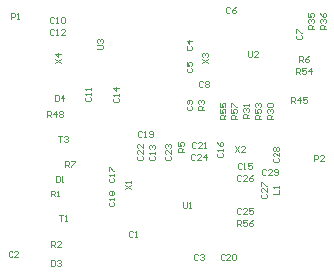
<source format=gbr>
%TF.GenerationSoftware,Altium Limited,Altium Designer,24.3.1 (35)*%
G04 Layer_Color=8388736*
%FSLAX45Y45*%
%MOMM*%
%TF.SameCoordinates,49A6F1C3-9DA9-4727-8ECF-3BB51FF8743F*%
%TF.FilePolarity,Positive*%
%TF.FileFunction,Other,Top_Designator*%
%TF.Part,Single*%
G01*
G75*
%TA.AperFunction,NonConductor*%
%ADD124C,0.10000*%
D124*
X271670Y366620D02*
X263339Y374950D01*
X246678D01*
X238347Y366620D01*
Y333298D01*
X246678Y324967D01*
X263339D01*
X271670Y333298D01*
X321653Y324967D02*
X288331D01*
X321653Y358289D01*
Y366620D01*
X313322Y374950D01*
X296661D01*
X288331Y366620D01*
X636678Y1004992D02*
Y955008D01*
X661669D01*
X670000Y963339D01*
Y996661D01*
X661669Y1004992D01*
X636678D01*
X686661Y955008D02*
X703322D01*
X694992D01*
Y1004992D01*
X686661Y996661D01*
X256678Y2335008D02*
Y2384992D01*
X281669D01*
X290000Y2376661D01*
Y2360000D01*
X281669Y2351669D01*
X256678D01*
X306661Y2335008D02*
X323322D01*
X314992D01*
Y2384992D01*
X306661Y2376661D01*
X596678Y835008D02*
Y884992D01*
X621670D01*
X630000Y876661D01*
Y860000D01*
X621670Y851669D01*
X596678D01*
X613339D02*
X630000Y835008D01*
X646661D02*
X663323D01*
X654992D01*
Y884992D01*
X646661Y876661D01*
X598347Y405008D02*
Y454992D01*
X623339D01*
X631670Y446661D01*
Y430000D01*
X623339Y421669D01*
X598347D01*
X615008D02*
X631670Y405008D01*
X681653D02*
X648331D01*
X681653Y438331D01*
Y446661D01*
X673323Y454992D01*
X656661D01*
X648331Y446661D01*
X666678Y674992D02*
X700000D01*
X683339D01*
Y625008D01*
X716662D02*
X733323D01*
X724992D01*
Y674992D01*
X716662Y666661D01*
X1894992Y1568347D02*
X1845008D01*
Y1593339D01*
X1853338Y1601670D01*
X1870000D01*
X1878331Y1593339D01*
Y1568347D01*
Y1585008D02*
X1894992Y1601670D01*
X1853338Y1618331D02*
X1845008Y1626661D01*
Y1643323D01*
X1853338Y1651653D01*
X1861669D01*
X1870000Y1643323D01*
Y1634992D01*
Y1643323D01*
X1878331Y1651653D01*
X1886661D01*
X1894992Y1643323D01*
Y1626661D01*
X1886661Y1618331D01*
X598347Y296786D02*
Y246802D01*
X623339D01*
X631670Y255133D01*
Y288456D01*
X623339Y296786D01*
X598347D01*
X648331Y288456D02*
X656661Y296786D01*
X673323D01*
X681653Y288456D01*
Y280125D01*
X673323Y271794D01*
X664992D01*
X673323D01*
X681653Y263464D01*
Y255133D01*
X673323Y246802D01*
X656661D01*
X648331Y255133D01*
X1724992Y1208347D02*
X1675008D01*
Y1233338D01*
X1683339Y1241669D01*
X1700000D01*
X1708331Y1233338D01*
Y1208347D01*
Y1225008D02*
X1724992Y1241669D01*
X1675008Y1291653D02*
Y1258330D01*
X1700000D01*
X1691669Y1274991D01*
Y1283322D01*
X1700000Y1291653D01*
X1716661D01*
X1724992Y1283322D01*
Y1266661D01*
X1716661Y1258330D01*
X2698347Y1975008D02*
Y2024992D01*
X2723339D01*
X2731670Y2016661D01*
Y2000000D01*
X2723339Y1991669D01*
X2698347D01*
X2715008D02*
X2731670Y1975008D01*
X2781653Y2024992D02*
X2764992Y2016661D01*
X2748331Y2000000D01*
Y1983339D01*
X2756661Y1975008D01*
X2773323D01*
X2781653Y1983339D01*
Y1991669D01*
X2773323Y2000000D01*
X2748331D01*
X718347Y1085008D02*
Y1134992D01*
X743339D01*
X751670Y1126661D01*
Y1110000D01*
X743339Y1101669D01*
X718347D01*
X735008D02*
X751670Y1085008D01*
X768331Y1134992D02*
X801653D01*
Y1126661D01*
X768331Y1093339D01*
Y1085008D01*
X1753297Y2111670D02*
X1744967Y2103339D01*
Y2086678D01*
X1753297Y2078347D01*
X1786620D01*
X1794950Y2086678D01*
Y2103339D01*
X1786620Y2111670D01*
X1794950Y2153323D02*
X1744967D01*
X1769959Y2128331D01*
Y2161653D01*
X1753380Y1921670D02*
X1745049Y1913339D01*
Y1896678D01*
X1753380Y1888347D01*
X1786702D01*
X1795033Y1896678D01*
Y1913339D01*
X1786702Y1921670D01*
X1745049Y1971653D02*
Y1938331D01*
X1770041D01*
X1761710Y1954992D01*
Y1963322D01*
X1770041Y1971653D01*
X1786702D01*
X1795033Y1963322D01*
Y1946661D01*
X1786702Y1938331D01*
X2111469Y2432523D02*
X2103139Y2440854D01*
X2086477D01*
X2078147Y2432523D01*
Y2399201D01*
X2086477Y2390870D01*
X2103139D01*
X2111469Y2399201D01*
X2161453Y2440854D02*
X2144791Y2432523D01*
X2128130Y2415862D01*
Y2399201D01*
X2136461Y2390870D01*
X2153122D01*
X2161453Y2399201D01*
Y2407531D01*
X2153122Y2415862D01*
X2128130D01*
X2683297Y2201669D02*
X2674967Y2193339D01*
Y2176678D01*
X2683297Y2168347D01*
X2716620D01*
X2724950Y2176678D01*
Y2193339D01*
X2716620Y2201669D01*
X2674967Y2218331D02*
Y2251653D01*
X2683297D01*
X2716620Y2218331D01*
X2724950D01*
X1881669Y1806703D02*
X1873339Y1815033D01*
X1856678D01*
X1848347Y1806703D01*
Y1773380D01*
X1856678Y1765049D01*
X1873339D01*
X1881669Y1773380D01*
X1898330Y1806703D02*
X1906661Y1815033D01*
X1923322D01*
X1931653Y1806703D01*
Y1798372D01*
X1923322Y1790041D01*
X1931653Y1781710D01*
Y1773380D01*
X1923322Y1765049D01*
X1906661D01*
X1898330Y1773380D01*
Y1781710D01*
X1906661Y1790041D01*
X1898330Y1798372D01*
Y1806703D01*
X1906661Y1790041D02*
X1923322D01*
X1753380Y1601670D02*
X1745050Y1593339D01*
Y1576678D01*
X1753380Y1568347D01*
X1786703D01*
X1795033Y1576678D01*
Y1593339D01*
X1786703Y1601670D01*
Y1618331D02*
X1795033Y1626661D01*
Y1643323D01*
X1786703Y1651653D01*
X1753380D01*
X1745050Y1643323D01*
Y1626661D01*
X1753380Y1618331D01*
X1761711D01*
X1770041Y1626661D01*
Y1651653D01*
X620843Y2346702D02*
X612512Y2355033D01*
X595851D01*
X587520Y2346702D01*
Y2313380D01*
X595851Y2305049D01*
X612512D01*
X620843Y2313380D01*
X637504Y2305049D02*
X654165D01*
X645835D01*
Y2355033D01*
X637504Y2346702D01*
X679157D02*
X687488Y2355033D01*
X704149D01*
X712480Y2346702D01*
Y2313380D01*
X704149Y2305049D01*
X687488D01*
X679157Y2313380D01*
Y2346702D01*
X893339Y1679173D02*
X885008Y1670843D01*
Y1654182D01*
X893339Y1645851D01*
X926661D01*
X934992Y1654182D01*
Y1670843D01*
X926661Y1679173D01*
X934992Y1695835D02*
Y1712496D01*
Y1704165D01*
X885008D01*
X893339Y1695835D01*
X934992Y1737488D02*
Y1754149D01*
Y1745818D01*
X885008D01*
X893339Y1737488D01*
X620843Y2246703D02*
X612512Y2255033D01*
X595851D01*
X587520Y2246703D01*
Y2213380D01*
X595851Y2205049D01*
X612512D01*
X620843Y2213380D01*
X637504Y2205049D02*
X654165D01*
X645835D01*
Y2255033D01*
X637504Y2246703D01*
X712480Y2205049D02*
X679157D01*
X712480Y2238372D01*
Y2246703D01*
X704149Y2255033D01*
X687488D01*
X679157Y2246703D01*
X1433379Y1180843D02*
X1425049Y1172512D01*
Y1155851D01*
X1433379Y1147520D01*
X1466702D01*
X1475033Y1155851D01*
Y1172512D01*
X1466702Y1180843D01*
X1475033Y1197504D02*
Y1214165D01*
Y1205835D01*
X1425049D01*
X1433379Y1197504D01*
Y1239157D02*
X1425049Y1247488D01*
Y1264149D01*
X1433379Y1272480D01*
X1441710D01*
X1450041Y1264149D01*
Y1255818D01*
Y1264149D01*
X1458371Y1272480D01*
X1466702D01*
X1475033Y1264149D01*
Y1247488D01*
X1466702Y1239157D01*
X1133339Y1670843D02*
X1125008Y1662512D01*
Y1645851D01*
X1133339Y1637520D01*
X1166661D01*
X1174992Y1645851D01*
Y1662512D01*
X1166661Y1670843D01*
X1174992Y1687504D02*
Y1704165D01*
Y1695835D01*
X1125008D01*
X1133339Y1687504D01*
X1174992Y1754149D02*
X1125008D01*
X1150000Y1729157D01*
Y1762480D01*
X628347Y1689639D02*
Y1639655D01*
X653339D01*
X661669Y1647986D01*
Y1681309D01*
X653339Y1689639D01*
X628347D01*
X703322Y1639655D02*
Y1689639D01*
X678331Y1664647D01*
X711653D01*
X2474992Y1493355D02*
X2425008D01*
Y1518347D01*
X2433339Y1526678D01*
X2450000D01*
X2458331Y1518347D01*
Y1493355D01*
Y1510016D02*
X2474992Y1526678D01*
X2433339Y1543339D02*
X2425008Y1551669D01*
Y1568331D01*
X2433339Y1576661D01*
X2441669D01*
X2450000Y1568331D01*
Y1560000D01*
Y1568331D01*
X2458331Y1576661D01*
X2466661D01*
X2474992Y1568331D01*
Y1551669D01*
X2466661Y1543339D01*
X2433339Y1593322D02*
X2425008Y1601653D01*
Y1618314D01*
X2433339Y1626645D01*
X2466661D01*
X2474992Y1618314D01*
Y1601653D01*
X2466661Y1593322D01*
X2433339D01*
X2274992Y1501686D02*
X2225008D01*
Y1526678D01*
X2233339Y1535008D01*
X2250000D01*
X2258331Y1526678D01*
Y1501686D01*
Y1518347D02*
X2274992Y1535008D01*
X2233339Y1551669D02*
X2225008Y1560000D01*
Y1576661D01*
X2233339Y1584992D01*
X2241669D01*
X2250000Y1576661D01*
Y1568331D01*
Y1576661D01*
X2258331Y1584992D01*
X2266661D01*
X2274992Y1576661D01*
Y1560000D01*
X2266661Y1551669D01*
X2274992Y1601653D02*
Y1618314D01*
Y1609984D01*
X2225008D01*
X2233339Y1601653D01*
X2824992Y2253355D02*
X2775008D01*
Y2278347D01*
X2783339Y2286678D01*
X2800000D01*
X2808331Y2278347D01*
Y2253355D01*
Y2270016D02*
X2824992Y2286678D01*
X2783339Y2303339D02*
X2775008Y2311669D01*
Y2328331D01*
X2783339Y2336661D01*
X2791669D01*
X2800000Y2328331D01*
Y2320000D01*
Y2328331D01*
X2808331Y2336661D01*
X2816661D01*
X2824992Y2328331D01*
Y2311669D01*
X2816661Y2303339D01*
X2775008Y2386645D02*
Y2353322D01*
X2800000D01*
X2791669Y2369984D01*
Y2378314D01*
X2800000Y2386645D01*
X2816661D01*
X2824992Y2378314D01*
Y2361653D01*
X2816661Y2353322D01*
X2924992Y2253355D02*
X2875008D01*
Y2278347D01*
X2883339Y2286678D01*
X2900000D01*
X2908331Y2278347D01*
Y2253355D01*
Y2270016D02*
X2924992Y2286678D01*
X2883339Y2303339D02*
X2875008Y2311669D01*
Y2328331D01*
X2883339Y2336661D01*
X2891669D01*
X2900000Y2328331D01*
Y2320000D01*
Y2328331D01*
X2908331Y2336661D01*
X2916661D01*
X2924992Y2328331D01*
Y2311669D01*
X2916661Y2303339D01*
X2875008Y2386645D02*
X2883339Y2369984D01*
X2900000Y2353322D01*
X2916661D01*
X2924992Y2361653D01*
Y2378314D01*
X2916661Y2386645D01*
X2908331D01*
X2900000Y2378314D01*
Y2353322D01*
X2633355Y1625008D02*
Y1674992D01*
X2658347D01*
X2666678Y1666661D01*
Y1650000D01*
X2658347Y1641669D01*
X2633355D01*
X2650016D02*
X2666678Y1625008D01*
X2708331D02*
Y1674992D01*
X2683339Y1650000D01*
X2716661D01*
X2766645Y1674992D02*
X2733322D01*
Y1650000D01*
X2749984Y1658331D01*
X2758314D01*
X2766645Y1650000D01*
Y1633339D01*
X2758314Y1625008D01*
X2741653D01*
X2733322Y1633339D01*
X563355Y1505008D02*
Y1554992D01*
X588347D01*
X596678Y1546661D01*
Y1530000D01*
X588347Y1521669D01*
X563355D01*
X580016D02*
X596678Y1505008D01*
X638331D02*
Y1554992D01*
X613339Y1530000D01*
X646661D01*
X663323Y1546661D02*
X671653Y1554992D01*
X688314D01*
X696645Y1546661D01*
Y1538331D01*
X688314Y1530000D01*
X696645Y1521669D01*
Y1513339D01*
X688314Y1505008D01*
X671653D01*
X663323Y1513339D01*
Y1521669D01*
X671653Y1530000D01*
X663323Y1538331D01*
Y1546661D01*
X671653Y1530000D02*
X688314D01*
X658347Y1344992D02*
X691670D01*
X675008D01*
Y1295008D01*
X708331Y1336661D02*
X716662Y1344992D01*
X733323D01*
X741653Y1336661D01*
Y1328331D01*
X733323Y1320000D01*
X724992D01*
X733323D01*
X741653Y1311669D01*
Y1303339D01*
X733323Y1295008D01*
X716662D01*
X708331Y1303339D01*
X985008Y2081200D02*
X1026661D01*
X1034992Y2089530D01*
Y2106192D01*
X1026661Y2114522D01*
X985008D01*
X993339Y2131183D02*
X985008Y2139514D01*
Y2156175D01*
X993339Y2164506D01*
X1001669D01*
X1010000Y2156175D01*
Y2147845D01*
Y2156175D01*
X1018331Y2164506D01*
X1026661D01*
X1034992Y2156175D01*
Y2139514D01*
X1026661Y2131183D01*
X2158347Y1264992D02*
X2191669Y1215008D01*
Y1264992D02*
X2158347Y1215008D01*
X2241653D02*
X2208331D01*
X2241653Y1248331D01*
Y1256661D01*
X2233322Y1264992D01*
X2216661D01*
X2208331Y1256661D01*
X2268347Y2064094D02*
Y2022441D01*
X2276678Y2014111D01*
X2293339D01*
X2301670Y2022441D01*
Y2064094D01*
X2351653Y2014111D02*
X2318331D01*
X2351653Y2047433D01*
Y2055764D01*
X2343322Y2064094D01*
X2326661D01*
X2318331Y2055764D01*
X1290000Y536702D02*
X1281670Y545032D01*
X1265008D01*
X1256678Y536702D01*
Y503379D01*
X1265008Y495049D01*
X1281670D01*
X1290000Y503379D01*
X1306661Y495049D02*
X1323322D01*
X1314992D01*
Y545032D01*
X1306661Y536702D01*
X1841669Y336620D02*
X1833339Y344950D01*
X1816678D01*
X1808347Y336620D01*
Y303297D01*
X1816678Y294966D01*
X1833339D01*
X1841669Y303297D01*
X1858331Y336620D02*
X1866661Y344950D01*
X1883322D01*
X1891653Y336620D01*
Y328289D01*
X1883322Y319958D01*
X1874992D01*
X1883322D01*
X1891653Y311628D01*
Y303297D01*
X1883322Y294966D01*
X1866661D01*
X1858331Y303297D01*
X2013379Y1200843D02*
X2005049Y1192512D01*
Y1175851D01*
X2013379Y1167520D01*
X2046702D01*
X2055032Y1175851D01*
Y1192512D01*
X2046702Y1200843D01*
X2055032Y1217504D02*
Y1234165D01*
Y1225835D01*
X2005049D01*
X2013379Y1217504D01*
X2005049Y1292480D02*
X2013379Y1275818D01*
X2030041Y1259157D01*
X2046702D01*
X2055032Y1267488D01*
Y1284149D01*
X2046702Y1292480D01*
X2038371D01*
X2030041Y1284149D01*
Y1259157D01*
X1093379Y990842D02*
X1085049Y982512D01*
Y965850D01*
X1093379Y957520D01*
X1126702D01*
X1135032Y965850D01*
Y982512D01*
X1126702Y990842D01*
X1135032Y1007503D02*
Y1024165D01*
Y1015834D01*
X1085049D01*
X1093379Y1007503D01*
X1085049Y1049157D02*
Y1082479D01*
X1093379D01*
X1126702Y1049157D01*
X1135032D01*
X1093297Y790842D02*
X1084967Y782512D01*
Y765851D01*
X1093297Y757520D01*
X1126620D01*
X1134950Y765851D01*
Y782512D01*
X1126620Y790842D01*
X1134950Y807504D02*
Y824165D01*
Y815834D01*
X1084967D01*
X1093297Y807504D01*
Y849157D02*
X1084967Y857487D01*
Y874149D01*
X1093297Y882479D01*
X1101628D01*
X1109958Y874149D01*
X1118289Y882479D01*
X1126620D01*
X1134950Y874149D01*
Y857487D01*
X1126620Y849157D01*
X1118289D01*
X1109958Y857487D01*
X1101628Y849157D01*
X1093297D01*
X1109958Y857487D02*
Y874149D01*
X1370843Y1376702D02*
X1362512Y1385033D01*
X1345851D01*
X1337520Y1376702D01*
Y1343380D01*
X1345851Y1335049D01*
X1362512D01*
X1370843Y1343380D01*
X1387504Y1335049D02*
X1404165D01*
X1395834D01*
Y1385033D01*
X1387504Y1376702D01*
X1429157Y1343380D02*
X1437488Y1335049D01*
X1454149D01*
X1462479Y1343380D01*
Y1376702D01*
X1454149Y1385033D01*
X1437488D01*
X1429157Y1376702D01*
Y1368371D01*
X1437488Y1360041D01*
X1462479D01*
X2066678Y336620D02*
X2058347Y344950D01*
X2041686D01*
X2033355Y336620D01*
Y303297D01*
X2041686Y294966D01*
X2058347D01*
X2066678Y303297D01*
X2116661Y294966D02*
X2083339D01*
X2116661Y328289D01*
Y336620D01*
X2108331Y344950D01*
X2091669D01*
X2083339Y336620D01*
X2133322D02*
X2141653Y344950D01*
X2158314D01*
X2166645Y336620D01*
Y303297D01*
X2158314Y294966D01*
X2141653D01*
X2133322Y303297D01*
Y336620D01*
X1825008Y1286702D02*
X1816678Y1295032D01*
X1800016D01*
X1791686Y1286702D01*
Y1253380D01*
X1800016Y1245049D01*
X1816678D01*
X1825008Y1253380D01*
X1874992Y1245049D02*
X1841669D01*
X1874992Y1278371D01*
Y1286702D01*
X1866661Y1295032D01*
X1850000D01*
X1841669Y1286702D01*
X1891653Y1245049D02*
X1908314D01*
X1899984D01*
Y1295032D01*
X1891653Y1286702D01*
X1333380Y1176677D02*
X1325049Y1168347D01*
Y1151686D01*
X1333380Y1143355D01*
X1366702D01*
X1375033Y1151686D01*
Y1168347D01*
X1366702Y1176677D01*
X1375033Y1226661D02*
Y1193338D01*
X1341710Y1226661D01*
X1333380D01*
X1325049Y1218330D01*
Y1201669D01*
X1333380Y1193338D01*
X1375033Y1276645D02*
Y1243322D01*
X1341710Y1276645D01*
X1333380D01*
X1325049Y1268314D01*
Y1251653D01*
X1333380Y1243322D01*
X1573380Y1176677D02*
X1565049Y1168347D01*
Y1151686D01*
X1573380Y1143355D01*
X1606702D01*
X1615033Y1151686D01*
Y1168347D01*
X1606702Y1176677D01*
X1615033Y1226661D02*
Y1193338D01*
X1581710Y1226661D01*
X1573380D01*
X1565049Y1218330D01*
Y1201669D01*
X1573380Y1193338D01*
Y1243322D02*
X1565049Y1251653D01*
Y1268314D01*
X1573380Y1276645D01*
X1581710D01*
X1590041Y1268314D01*
Y1259983D01*
Y1268314D01*
X1598372Y1276645D01*
X1606702D01*
X1615033Y1268314D01*
Y1251653D01*
X1606702Y1243322D01*
X1816678Y1186702D02*
X1808347Y1195032D01*
X1791686D01*
X1783355Y1186702D01*
Y1153379D01*
X1791686Y1145049D01*
X1808347D01*
X1816678Y1153379D01*
X1866661Y1145049D02*
X1833339D01*
X1866661Y1178371D01*
Y1186702D01*
X1858331Y1195032D01*
X1841669D01*
X1833339Y1186702D01*
X1908314Y1145049D02*
Y1195032D01*
X1883322Y1170041D01*
X1916645D01*
X2206678Y726620D02*
X2198347Y734951D01*
X2181686D01*
X2173355Y726620D01*
Y693298D01*
X2181686Y684967D01*
X2198347D01*
X2206678Y693298D01*
X2256661Y684967D02*
X2223339D01*
X2256661Y718289D01*
Y726620D01*
X2248331Y734951D01*
X2231670D01*
X2223339Y726620D01*
X2306645Y734951D02*
X2273323D01*
Y709959D01*
X2289984Y718289D01*
X2298314D01*
X2306645Y709959D01*
Y693298D01*
X2298314Y684967D01*
X2281653D01*
X2273323Y693298D01*
X2206678Y1006620D02*
X2198347Y1014950D01*
X2181686D01*
X2173355Y1006620D01*
Y973298D01*
X2181686Y964967D01*
X2198347D01*
X2206678Y973298D01*
X2256661Y964967D02*
X2223339D01*
X2256661Y998289D01*
Y1006620D01*
X2248331Y1014950D01*
X2231670D01*
X2223339Y1006620D01*
X2306645Y1014950D02*
X2289984Y1006620D01*
X2273323Y989959D01*
Y973298D01*
X2281653Y964967D01*
X2298314D01*
X2306645Y973298D01*
Y981628D01*
X2298314Y989959D01*
X2273323D01*
X2383380Y856678D02*
X2375049Y848347D01*
Y831686D01*
X2383380Y823355D01*
X2416702D01*
X2425033Y831686D01*
Y848347D01*
X2416702Y856678D01*
X2425033Y906661D02*
Y873339D01*
X2391710Y906661D01*
X2383380D01*
X2375049Y898331D01*
Y881670D01*
X2383380Y873339D01*
X2375049Y923323D02*
Y956645D01*
X2383380D01*
X2416702Y923323D01*
X2425033D01*
X2483380Y1156678D02*
X2475049Y1148347D01*
Y1131686D01*
X2483380Y1123355D01*
X2516702D01*
X2525033Y1131686D01*
Y1148347D01*
X2516702Y1156678D01*
X2525033Y1206661D02*
Y1173339D01*
X2491711Y1206661D01*
X2483380D01*
X2475049Y1198331D01*
Y1181669D01*
X2483380Y1173339D01*
Y1223322D02*
X2475049Y1231653D01*
Y1248314D01*
X2483380Y1256645D01*
X2491711D01*
X2500041Y1248314D01*
X2508372Y1256645D01*
X2516702D01*
X2525033Y1248314D01*
Y1231653D01*
X2516702Y1223322D01*
X2508372D01*
X2500041Y1231653D01*
X2491711Y1223322D01*
X2483380D01*
X2500041Y1231653D02*
Y1248314D01*
X2416678Y1056702D02*
X2408347Y1065033D01*
X2391686D01*
X2383355Y1056702D01*
Y1023380D01*
X2391686Y1015049D01*
X2408347D01*
X2416678Y1023380D01*
X2466661Y1015049D02*
X2433339D01*
X2466661Y1048372D01*
Y1056702D01*
X2458331Y1065033D01*
X2441669D01*
X2433339Y1056702D01*
X2483322Y1023380D02*
X2491653Y1015049D01*
X2508314D01*
X2516645Y1023380D01*
Y1056702D01*
X2508314Y1065033D01*
X2491653D01*
X2483322Y1056702D01*
Y1048372D01*
X2491653Y1040041D01*
X2516645D01*
X2474967Y856678D02*
X2524950D01*
Y890000D01*
Y906661D02*
Y923323D01*
Y914992D01*
X2474967D01*
X2483297Y906661D01*
X2828347Y1135008D02*
Y1184992D01*
X2853339D01*
X2861670Y1176661D01*
Y1160000D01*
X2853339Y1151669D01*
X2828347D01*
X2911653Y1135008D02*
X2878331D01*
X2911653Y1168331D01*
Y1176661D01*
X2903323Y1184992D01*
X2886661D01*
X2878331Y1176661D01*
X1716676Y786241D02*
Y744588D01*
X1725007Y736257D01*
X1741668D01*
X1749999Y744588D01*
Y786241D01*
X1766660Y736257D02*
X1783321D01*
X1774991D01*
Y786241D01*
X1766660Y777910D01*
X1875008Y1968347D02*
X1924991Y2001670D01*
X1875008D02*
X1924991Y1968347D01*
X1883338Y2018331D02*
X1875008Y2026661D01*
Y2043323D01*
X1883338Y2051653D01*
X1891669D01*
X1900000Y2043323D01*
Y2034992D01*
Y2043323D01*
X1908330Y2051653D01*
X1916661D01*
X1924991Y2043323D01*
Y2026661D01*
X1916661Y2018331D01*
X635008Y1968347D02*
X684992Y2001670D01*
X635008D02*
X684992Y1968347D01*
Y2043323D02*
X635008D01*
X660000Y2018331D01*
Y2051653D01*
X2374992Y1493355D02*
X2325008D01*
Y1518347D01*
X2333339Y1526678D01*
X2350000D01*
X2358331Y1518347D01*
Y1493355D01*
Y1510016D02*
X2374992Y1526678D01*
X2325008Y1576661D02*
Y1543339D01*
X2350000D01*
X2341669Y1560000D01*
Y1568331D01*
X2350000Y1576661D01*
X2366661D01*
X2374992Y1568331D01*
Y1551669D01*
X2366661Y1543339D01*
X2333339Y1593322D02*
X2325008Y1601653D01*
Y1618314D01*
X2333339Y1626645D01*
X2341669D01*
X2350000Y1618314D01*
Y1609984D01*
Y1618314D01*
X2358331Y1626645D01*
X2366661D01*
X2374992Y1618314D01*
Y1601653D01*
X2366661Y1593322D01*
X2673355Y1875008D02*
Y1924992D01*
X2698347D01*
X2706678Y1916661D01*
Y1900000D01*
X2698347Y1891669D01*
X2673355D01*
X2690016D02*
X2706678Y1875008D01*
X2756661Y1924992D02*
X2723339D01*
Y1900000D01*
X2740000Y1908331D01*
X2748331D01*
X2756661Y1900000D01*
Y1883339D01*
X2748331Y1875008D01*
X2731670D01*
X2723339Y1883339D01*
X2798314Y1875008D02*
Y1924992D01*
X2773323Y1900000D01*
X2806645D01*
X2074992Y1493355D02*
X2025008D01*
Y1518347D01*
X2033339Y1526678D01*
X2050000D01*
X2058331Y1518347D01*
Y1493355D01*
Y1510016D02*
X2074992Y1526678D01*
X2025008Y1576661D02*
Y1543339D01*
X2050000D01*
X2041669Y1560000D01*
Y1568331D01*
X2050000Y1576661D01*
X2066661D01*
X2074992Y1568331D01*
Y1551669D01*
X2066661Y1543339D01*
X2025008Y1626645D02*
Y1593322D01*
X2050000D01*
X2041669Y1609984D01*
Y1618314D01*
X2050000Y1626645D01*
X2066661D01*
X2074992Y1618314D01*
Y1601653D01*
X2066661Y1593322D01*
X2173355Y585008D02*
Y634992D01*
X2198347D01*
X2206678Y626661D01*
Y610000D01*
X2198347Y601669D01*
X2173355D01*
X2190016D02*
X2206678Y585008D01*
X2256661Y634992D02*
X2223339D01*
Y610000D01*
X2240000Y618331D01*
X2248331D01*
X2256661Y610000D01*
Y593339D01*
X2248331Y585008D01*
X2231670D01*
X2223339Y593339D01*
X2306645Y634992D02*
X2289984Y626661D01*
X2273323Y610000D01*
Y593339D01*
X2281653Y585008D01*
X2298314D01*
X2306645Y593339D01*
Y601669D01*
X2298314Y610000D01*
X2273323D01*
X2174992Y1493355D02*
X2125008D01*
Y1518347D01*
X2133339Y1526678D01*
X2150000D01*
X2158331Y1518347D01*
Y1493355D01*
Y1510016D02*
X2174992Y1526678D01*
X2125008Y1576661D02*
Y1543339D01*
X2150000D01*
X2141669Y1560000D01*
Y1568331D01*
X2150000Y1576661D01*
X2166661D01*
X2174992Y1568331D01*
Y1551669D01*
X2166661Y1543339D01*
X2125008Y1593322D02*
Y1626645D01*
X2133339D01*
X2166661Y1593322D01*
X2174992D01*
X1225007Y896677D02*
X1274991Y929999D01*
X1225007D02*
X1274991Y896677D01*
Y946661D02*
Y963322D01*
Y954991D01*
X1225007D01*
X1233338Y946661D01*
X2210843Y1106620D02*
X2202512Y1114951D01*
X2185851D01*
X2177520Y1106620D01*
Y1073298D01*
X2185851Y1064967D01*
X2202512D01*
X2210843Y1073298D01*
X2227504Y1064967D02*
X2244165D01*
X2235835D01*
Y1114951D01*
X2227504Y1106620D01*
X2302480Y1114951D02*
X2269157D01*
Y1089959D01*
X2285818Y1098289D01*
X2294149D01*
X2302480Y1089959D01*
Y1073298D01*
X2294149Y1064967D01*
X2277488D01*
X2269157Y1073298D01*
%TF.MD5,e25f4440a7b738886f11acad5c86f356*%
M02*

</source>
